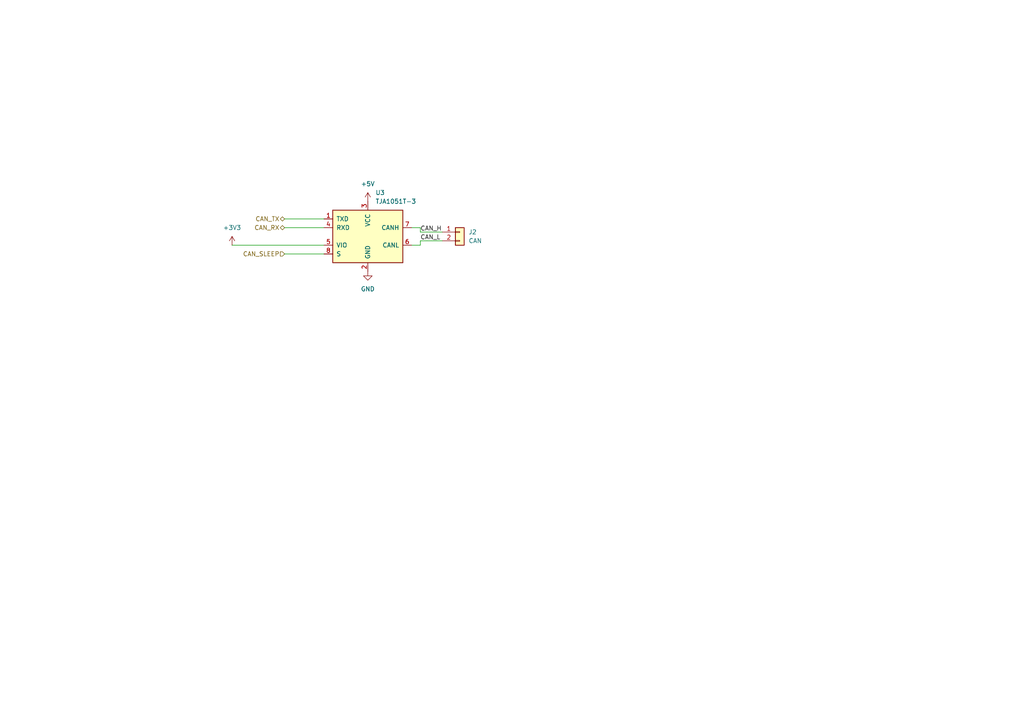
<source format=kicad_sch>
(kicad_sch (version 20231120) (generator "eeschema") (generator_version "8.0")
  (paper "A4")
  (lib_symbols
    (symbol "Connector_Generic:Conn_01x02" (pin_names (offset 1.016) hide)
      (property "Reference" "J" (at 0 2.54 0))
      (property "Value" "Conn_01x02" (at 0 -5.08 0))
      (symbol "Conn_01x02_1_1"
        (rectangle (start -1.27 -2.413) (end 0 -2.667) (stroke (width 0.1524)))
        (rectangle (start -1.27 0.127) (end 0 -0.127) (stroke (width 0.1524)))
        (rectangle (start -1.27 1.27) (end 1.27 -3.81) (stroke (width 0.254)) (fill (type background)))
        (pin passive line (at -5.08 0 0) (length 3.81) (name "Pin_1") (number "1"))
        (pin passive line (at -5.08 -2.54 0) (length 3.81) (name "Pin_2") (number "2"))
      )
    )
    (symbol "Interface_CAN_LIN:TJA1051T-3" (pin_names (offset 1.016))
      (property "Reference" "U" (at -10.16 8.89 0))
      (property "Value" "TJA1051T-3" (at 1.27 8.89 0))
      (symbol "TJA1051T-3_0_1"
        (rectangle (start -10.16 7.62) (end 10.16 -7.62) (stroke (width 0.254)) (fill (type background)))
      )
      (symbol "TJA1051T-3_1_1"
        (pin input line (at -12.7 5.08 0) (length 2.54) (name "TXD") (number "1"))
        (pin power_in line (at 0 -10.16 90) (length 2.54) (name "GND") (number "2"))
        (pin power_in line (at 0 10.16 270) (length 2.54) (name "VCC") (number "3"))
        (pin output line (at -12.7 2.54 0) (length 2.54) (name "RXD") (number "4"))
        (pin power_in line (at -12.7 -2.54 0) (length 2.54) (name "VIO") (number "5"))
        (pin bidirectional line (at 12.7 -2.54 180) (length 2.54) (name "CANL") (number "6"))
        (pin bidirectional line (at 12.7 2.54 180) (length 2.54) (name "CANH") (number "7"))
        (pin input line (at -12.7 -5.08 0) (length 2.54) (name "S") (number "8"))
      )
    )
    (symbol "power:+3V3" (power) (pin_numbers hide) (pin_names (offset 0) hide)
      (property "Value" "+3V3" (at 0 5.08 0))
      (symbol "+3V3_0_1"
        (polyline (pts (xy -0.762 1.27) (xy 0 2.54)))
        (polyline (pts (xy 0 0) (xy 0 2.54)))
        (polyline (pts (xy 0 2.54) (xy 0.762 1.27)))
      )
      (symbol "+3V3_1_1"
        (pin power_out line (at 0 0 90) (length 0) (name "~") (number "1"))
      )
    )
    (symbol "power:+5V" (power) (pin_numbers hide) (pin_names (offset 0) hide)
      (property "Value" "+5V" (at 0 3.556 0))
      (symbol "+5V_0_1"
        (polyline (pts (xy -0.762 1.27) (xy 0 2.54)))
        (polyline (pts (xy 0 0) (xy 0 2.54)))
        (polyline (pts (xy 0 2.54) (xy 0.762 1.27)))
      )
      (symbol "+5V_1_1"
        (pin power_in line (at 0 0 90) (length 0) (name "~") (number "1"))
      )
    )
    (symbol "power:GND" (power) (pin_numbers hide) (pin_names (offset 0) hide)
      (property "Value" "GND" (at 0 -3.81 0))
      (symbol "GND_0_1"
        (polyline (pts (xy 0 0) (xy 0 -1.27) (xy 1.27 -1.27) (xy 0 -2.54) (xy -1.27 -1.27) (xy 0 -1.27)))
      )
      (symbol "GND_1_1"
        (pin power_in line (at 0 0 270) (length 0) (name "~") (number "1"))
      )
    )
  )
  (wire (pts (xy 121.92 69.85) (xy 128.27 69.85)))
  (wire (pts (xy 82.55 66.04) (xy 93.98 66.04)))
  (wire (pts (xy 121.92 67.31) (xy 128.27 67.31)))
  (wire (pts (xy 119.38 71.12) (xy 121.92 71.12)))
  (wire (pts (xy 121.92 66.04) (xy 121.92 67.31)))
  (wire (pts (xy 67.31 71.12) (xy 93.98 71.12)))
  (wire (pts (xy 82.55 73.66) (xy 93.98 73.66)))
  (wire (pts (xy 121.92 71.12) (xy 121.92 69.85)))
  (wire (pts (xy 93.98 63.5) (xy 82.55 63.5)))
  (wire (pts (xy 119.38 66.04) (xy 121.92 66.04)))
  (label "CAN_L" (at 121.92 69.85 0))
  (label "CAN_H" (at 121.92 67.31 0))
  (hierarchical_label "CAN_SLEEP" (shape input) (at 82.55 73.66 180))
  (hierarchical_label "CAN_RX" (shape bidirectional) (at 82.55 66.04 180))
  (hierarchical_label "CAN_TX" (shape bidirectional) (at 82.55 63.5 180))
  (symbol (lib_id "power:GND") (at 106.68 78.74 0) (unit 1)
    (property "Reference" "#PWR012" (effects (hide yes)))
    (property "Value" "GND" (at 106.68 83.82 0))
    (property "Description" "Power symbol creates a global label with name \"GND\" , ground" (effects (hide yes)))
  )
  (symbol (lib_id "power:+5V") (at 106.68 58.42 0) (unit 1)
    (property "Reference" "#PWR011" (effects (hide yes)))
    (property "Value" "+5V" (at 106.68 53.34 0))
    (property "Description" "Power symbol creates a global label with name \"+5V\"" (effects (hide yes)))
  )
  (symbol (lib_id "Interface_CAN_LIN:TJA1051T-3") (at 106.68 68.58 0) (unit 1)
    (property "Reference" "U3" (at 108.8741 55.88 0) (effects (justify left)))
    (property "Value" "TJA1051T-3" (at 108.8741 58.42 0) (effects (justify left)))
    (property "Footprint" "Package_SO:SOIC-8_3.9x4.9mm_P1.27mm" (effects (hide yes)))
    (property "Datasheet" "http://www.nxp.com/docs/en/data-sheet/TJA1051.pdf" (effects (hide yes)))
    (property "Description" "High-Speed CAN Transceiver, separate VIO, silent mode, SOIC-8" (effects (hide yes)))
  )
  (symbol (lib_id "Connector_Generic:Conn_01x02") (at 133.35 67.31 0) (unit 1)
    (property "Reference" "J2" (at 135.89 67.3099 0) (effects (justify left)))
    (property "Value" "CAN" (at 135.89 69.8499 0) (effects (justify left)))
    (property "Footprint" "TerminalBlock:TerminalBlock_Xinya_XY308-2.54-2P_1x02_P2.54mm_Horizontal" (effects (hide yes)))
    (property "Description" "Generic connector, single row, 01x02, script generated (kicad-library-utils/schlib/autogen/connector/)" (effects (hide yes)))
  )
  (symbol (lib_id "power:+3V3") (at 67.31 71.12 0) (unit 1)
    (property "Reference" "#PWR05" (effects (hide yes)))
    (property "Value" "+3V3" (at 67.31 66.04 0))
    (property "Description" "Power symbol creates a global label with name \"+3V3\"" (effects (hide yes)))
  )
)
</source>
